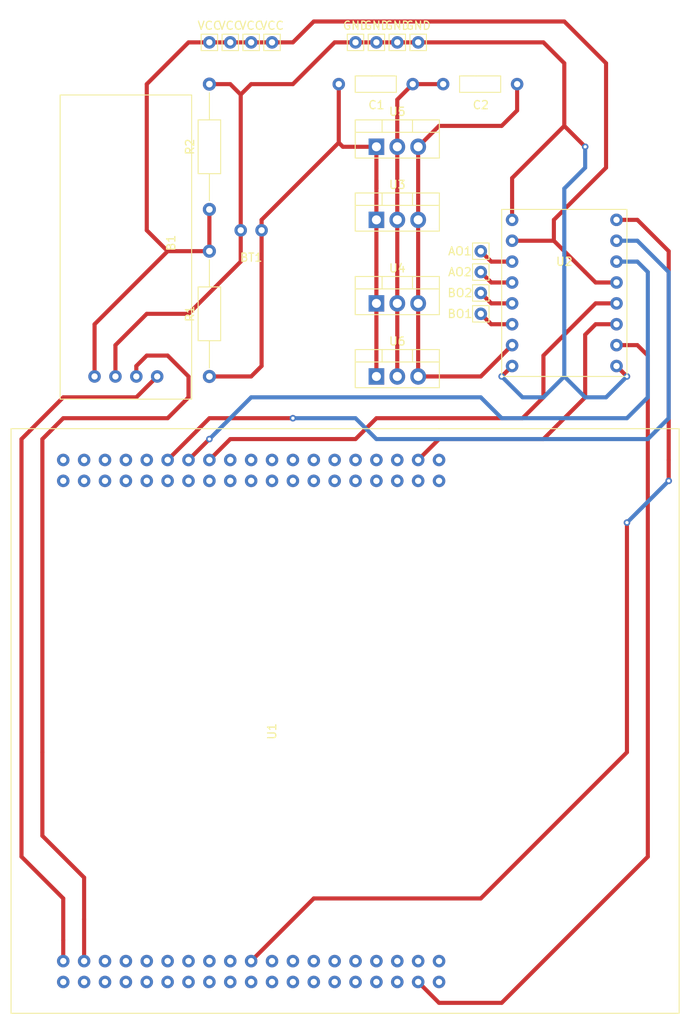
<source format=kicad_pcb>
(kicad_pcb (version 20171130) (host pcbnew "(5.1.10)-1")

  (general
    (thickness 1.6)
    (drawings 4)
    (tracks 159)
    (zones 0)
    (modules 24)
    (nets 14)
  )

  (page A4)
  (layers
    (0 F.Cu signal)
    (31 B.Cu signal)
    (32 B.Adhes user)
    (33 F.Adhes user)
    (34 B.Paste user)
    (35 F.Paste user)
    (36 B.SilkS user)
    (37 F.SilkS user)
    (38 B.Mask user)
    (39 F.Mask user)
    (40 Dwgs.User user)
    (41 Cmts.User user)
    (42 Eco1.User user)
    (43 Eco2.User user)
    (44 Edge.Cuts user)
    (45 Margin user)
    (46 B.CrtYd user)
    (47 F.CrtYd user)
    (48 B.Fab user)
    (49 F.Fab user)
  )

  (setup
    (last_trace_width 0.5)
    (user_trace_width 0.25)
    (user_trace_width 0.5)
    (trace_clearance 0.2)
    (zone_clearance 0.508)
    (zone_45_only no)
    (trace_min 0.2)
    (via_size 0.8)
    (via_drill 0.4)
    (via_min_size 0.4)
    (via_min_drill 0.3)
    (uvia_size 0.3)
    (uvia_drill 0.1)
    (uvias_allowed no)
    (uvia_min_size 0.2)
    (uvia_min_drill 0.1)
    (edge_width 0.05)
    (segment_width 0.2)
    (pcb_text_width 0.3)
    (pcb_text_size 1.5 1.5)
    (mod_edge_width 0.12)
    (mod_text_size 1 1)
    (mod_text_width 0.15)
    (pad_size 1.524 1.524)
    (pad_drill 0.762)
    (pad_to_mask_clearance 0)
    (aux_axis_origin 0 0)
    (visible_elements 7FFFFFFF)
    (pcbplotparams
      (layerselection 0x010fc_ffffffff)
      (usegerberextensions false)
      (usegerberattributes true)
      (usegerberadvancedattributes true)
      (creategerberjobfile true)
      (excludeedgelayer true)
      (linewidth 0.100000)
      (plotframeref false)
      (viasonmask false)
      (mode 1)
      (useauxorigin false)
      (hpglpennumber 1)
      (hpglpenspeed 20)
      (hpglpendiameter 15.000000)
      (psnegative false)
      (psa4output false)
      (plotreference true)
      (plotvalue true)
      (plotinvisibletext false)
      (padsonsilk false)
      (subtractmaskfromsilk false)
      (outputformat 1)
      (mirror false)
      (drillshape 1)
      (scaleselection 1)
      (outputdirectory ""))
  )

  (net 0 "")
  (net 1 RX)
  (net 2 TX)
  (net 3 GND)
  (net 4 VMOT)
  (net 5 "Net-(C1-Pad1)")
  (net 6 VMOTS)
  (net 7 VCC)
  (net 8 BIN2)
  (net 9 AIN2)
  (net 10 AIN1)
  (net 11 BIN1)
  (net 12 PWMB)
  (net 13 PWMA)

  (net_class Default "This is the default net class."
    (clearance 0.2)
    (trace_width 0.25)
    (via_dia 0.8)
    (via_drill 0.4)
    (uvia_dia 0.3)
    (uvia_drill 0.1)
    (add_net AIN1)
    (add_net AIN2)
    (add_net BIN1)
    (add_net BIN2)
    (add_net D0)
    (add_net D1)
    (add_net D2)
    (add_net D3)
    (add_net D4)
    (add_net D5)
    (add_net D6)
    (add_net D7)
    (add_net E1OA)
    (add_net E1OB)
    (add_net E2OA)
    (add_net E2OB)
    (add_net GND)
    (add_net "Net-(C1-Pad1)")
    (add_net "Net-(U1-Pad10)")
    (add_net "Net-(U1-Pad11)")
    (add_net "Net-(U1-Pad14)")
    (add_net "Net-(U1-Pad15)")
    (add_net "Net-(U1-Pad20)")
    (add_net "Net-(U1-Pad24)")
    (add_net "Net-(U1-Pad25)")
    (add_net "Net-(U1-Pad26)")
    (add_net "Net-(U1-Pad27)")
    (add_net "Net-(U1-Pad28)")
    (add_net "Net-(U1-Pad29)")
    (add_net "Net-(U1-Pad42)")
    (add_net "Net-(U1-Pad43)")
    (add_net "Net-(U1-Pad44)")
    (add_net "Net-(U1-Pad45)")
    (add_net "Net-(U1-Pad54)")
    (add_net "Net-(U1-Pad55)")
    (add_net "Net-(U1-Pad56)")
    (add_net "Net-(U1-Pad57)")
    (add_net "Net-(U1-Pad58)")
    (add_net "Net-(U1-Pad59)")
    (add_net "Net-(U1-Pad60)")
    (add_net "Net-(U1-Pad61)")
    (add_net "Net-(U1-Pad62)")
    (add_net "Net-(U1-Pad8)")
    (add_net "Net-(U1-Pad9)")
    (add_net PCLK)
    (add_net PWDN)
    (add_net PWMA)
    (add_net PWMB)
    (add_net RESET)
    (add_net RX)
    (add_net SIOC)
    (add_net SIOD)
    (add_net TX)
    (add_net VCC)
    (add_net VMOT)
    (add_net VMOTS)
    (add_net XCLK)
  )

  (net_class typ2 ""
    (clearance 0.2)
    (trace_width 0.5)
    (via_dia 0.8)
    (via_drill 0.4)
    (uvia_dia 0.3)
    (uvia_drill 0.1)
  )

  (module projekt_zespolowy:pin (layer F.Cu) (tedit 6251D3F9) (tstamp 6252DC7F)
    (at 124.46 71.12)
    (fp_text reference BO1 (at -2.54 0) (layer F.SilkS)
      (effects (font (size 1 1) (thickness 0.15)))
    )
    (fp_text value pin (at 0 0) (layer F.Fab)
      (effects (font (size 1 1) (thickness 0.15)))
    )
    (fp_line (start 1 -1) (end -1 -1) (layer F.SilkS) (width 0.12))
    (fp_line (start 1 1) (end 1 -1) (layer F.SilkS) (width 0.12))
    (fp_line (start -1 1) (end 1 1) (layer F.SilkS) (width 0.12))
    (fp_line (start -1 -1) (end -1 1) (layer F.SilkS) (width 0.12))
    (pad 1 thru_hole circle (at 0 0) (size 1.524 1.524) (drill 0.762) (layers *.Cu *.Mask))
  )

  (module projekt_zespolowy:pin (layer F.Cu) (tedit 6251D3F9) (tstamp 6252DC7F)
    (at 124.46 68.58)
    (fp_text reference BO2 (at -2.54 0) (layer F.SilkS)
      (effects (font (size 1 1) (thickness 0.15)))
    )
    (fp_text value pin (at 0 0) (layer F.Fab)
      (effects (font (size 1 1) (thickness 0.15)))
    )
    (fp_line (start 1 -1) (end -1 -1) (layer F.SilkS) (width 0.12))
    (fp_line (start 1 1) (end 1 -1) (layer F.SilkS) (width 0.12))
    (fp_line (start -1 1) (end 1 1) (layer F.SilkS) (width 0.12))
    (fp_line (start -1 -1) (end -1 1) (layer F.SilkS) (width 0.12))
    (pad 1 thru_hole circle (at 0 0) (size 1.524 1.524) (drill 0.762) (layers *.Cu *.Mask))
  )

  (module projekt_zespolowy:pin (layer F.Cu) (tedit 6251D3F9) (tstamp 6252DC7F)
    (at 124.46 66.04)
    (fp_text reference AO2 (at -2.54 0) (layer F.SilkS)
      (effects (font (size 1 1) (thickness 0.15)))
    )
    (fp_text value pin (at 0 0) (layer F.Fab)
      (effects (font (size 1 1) (thickness 0.15)))
    )
    (fp_line (start 1 -1) (end -1 -1) (layer F.SilkS) (width 0.12))
    (fp_line (start 1 1) (end 1 -1) (layer F.SilkS) (width 0.12))
    (fp_line (start -1 1) (end 1 1) (layer F.SilkS) (width 0.12))
    (fp_line (start -1 -1) (end -1 1) (layer F.SilkS) (width 0.12))
    (pad 1 thru_hole circle (at 0 0) (size 1.524 1.524) (drill 0.762) (layers *.Cu *.Mask))
  )

  (module projekt_zespolowy:pin (layer F.Cu) (tedit 6251D3F9) (tstamp 6252DC7F)
    (at 124.46 63.5)
    (fp_text reference AO1 (at -2.54 0) (layer F.SilkS)
      (effects (font (size 1 1) (thickness 0.15)))
    )
    (fp_text value pin (at 0 0) (layer F.Fab)
      (effects (font (size 1 1) (thickness 0.15)))
    )
    (fp_line (start 1 -1) (end -1 -1) (layer F.SilkS) (width 0.12))
    (fp_line (start 1 1) (end 1 -1) (layer F.SilkS) (width 0.12))
    (fp_line (start -1 1) (end 1 1) (layer F.SilkS) (width 0.12))
    (fp_line (start -1 -1) (end -1 1) (layer F.SilkS) (width 0.12))
    (pad 1 thru_hole circle (at 0 0) (size 1.524 1.524) (drill 0.762) (layers *.Cu *.Mask))
  )

  (module projekt_zespolowy:pin (layer F.Cu) (tedit 6252CD51) (tstamp 6252DC7F)
    (at 91.44 38.1)
    (fp_text reference VCC (at 0 -2.04) (layer F.SilkS)
      (effects (font (size 1 1) (thickness 0.15)))
    )
    (fp_text value pin (at 0 0) (layer F.Fab)
      (effects (font (size 1 1) (thickness 0.15)))
    )
    (fp_line (start 1 -1) (end -1 -1) (layer F.SilkS) (width 0.12))
    (fp_line (start 1 1) (end 1 -1) (layer F.SilkS) (width 0.12))
    (fp_line (start -1 1) (end 1 1) (layer F.SilkS) (width 0.12))
    (fp_line (start -1 -1) (end -1 1) (layer F.SilkS) (width 0.12))
    (pad 1 thru_hole circle (at 0 0) (size 1.524 1.524) (drill 0.762) (layers *.Cu *.Mask)
      (net 7 VCC))
  )

  (module projekt_zespolowy:pin (layer F.Cu) (tedit 6252CD4B) (tstamp 6252DC7F)
    (at 93.98 38.1)
    (fp_text reference VCC (at 0 -2.04) (layer F.SilkS)
      (effects (font (size 1 1) (thickness 0.15)))
    )
    (fp_text value pin (at 0 0) (layer F.Fab)
      (effects (font (size 1 1) (thickness 0.15)))
    )
    (fp_line (start 1 -1) (end -1 -1) (layer F.SilkS) (width 0.12))
    (fp_line (start 1 1) (end 1 -1) (layer F.SilkS) (width 0.12))
    (fp_line (start -1 1) (end 1 1) (layer F.SilkS) (width 0.12))
    (fp_line (start -1 -1) (end -1 1) (layer F.SilkS) (width 0.12))
    (pad 1 thru_hole circle (at 0 0) (size 1.524 1.524) (drill 0.762) (layers *.Cu *.Mask)
      (net 7 VCC))
  )

  (module projekt_zespolowy:pin (layer F.Cu) (tedit 6252CD45) (tstamp 6252DC7F)
    (at 96.52 38.1)
    (fp_text reference VCC (at 0 -2.04) (layer F.SilkS)
      (effects (font (size 1 1) (thickness 0.15)))
    )
    (fp_text value pin (at 0 0) (layer F.Fab)
      (effects (font (size 1 1) (thickness 0.15)))
    )
    (fp_line (start 1 -1) (end -1 -1) (layer F.SilkS) (width 0.12))
    (fp_line (start 1 1) (end 1 -1) (layer F.SilkS) (width 0.12))
    (fp_line (start -1 1) (end 1 1) (layer F.SilkS) (width 0.12))
    (fp_line (start -1 -1) (end -1 1) (layer F.SilkS) (width 0.12))
    (pad 1 thru_hole circle (at 0 0) (size 1.524 1.524) (drill 0.762) (layers *.Cu *.Mask)
      (net 7 VCC))
  )

  (module projekt_zespolowy:pin (layer F.Cu) (tedit 6252CD7A) (tstamp 6252DC7F)
    (at 99.06 38.1)
    (fp_text reference VCC (at 0 -2.04) (layer F.SilkS)
      (effects (font (size 1 1) (thickness 0.15)))
    )
    (fp_text value pin (at 0 0) (layer F.Fab)
      (effects (font (size 1 1) (thickness 0.15)))
    )
    (fp_line (start 1 -1) (end -1 -1) (layer F.SilkS) (width 0.12))
    (fp_line (start 1 1) (end 1 -1) (layer F.SilkS) (width 0.12))
    (fp_line (start -1 1) (end 1 1) (layer F.SilkS) (width 0.12))
    (fp_line (start -1 -1) (end -1 1) (layer F.SilkS) (width 0.12))
    (pad 1 thru_hole circle (at 0 0) (size 1.524 1.524) (drill 0.762) (layers *.Cu *.Mask)
      (net 7 VCC))
  )

  (module projekt_zespolowy:pin (layer F.Cu) (tedit 6252CD9C) (tstamp 6252DC7F)
    (at 116.84 38.1)
    (fp_text reference GND (at 0 -2.04) (layer F.SilkS)
      (effects (font (size 1 1) (thickness 0.15)))
    )
    (fp_text value pin (at 0 0) (layer F.Fab)
      (effects (font (size 1 1) (thickness 0.15)))
    )
    (fp_line (start 1 -1) (end -1 -1) (layer F.SilkS) (width 0.12))
    (fp_line (start 1 1) (end 1 -1) (layer F.SilkS) (width 0.12))
    (fp_line (start -1 1) (end 1 1) (layer F.SilkS) (width 0.12))
    (fp_line (start -1 -1) (end -1 1) (layer F.SilkS) (width 0.12))
    (pad 1 thru_hole circle (at 0 0) (size 1.524 1.524) (drill 0.762) (layers *.Cu *.Mask)
      (net 3 GND))
  )

  (module projekt_zespolowy:pin (layer F.Cu) (tedit 6252CD96) (tstamp 6252DC7F)
    (at 114.3 38.1)
    (fp_text reference GND (at 0 -2.04) (layer F.SilkS)
      (effects (font (size 1 1) (thickness 0.15)))
    )
    (fp_text value pin (at 0 0) (layer F.Fab)
      (effects (font (size 1 1) (thickness 0.15)))
    )
    (fp_line (start 1 -1) (end -1 -1) (layer F.SilkS) (width 0.12))
    (fp_line (start 1 1) (end 1 -1) (layer F.SilkS) (width 0.12))
    (fp_line (start -1 1) (end 1 1) (layer F.SilkS) (width 0.12))
    (fp_line (start -1 -1) (end -1 1) (layer F.SilkS) (width 0.12))
    (pad 1 thru_hole circle (at 0 0) (size 1.524 1.524) (drill 0.762) (layers *.Cu *.Mask)
      (net 3 GND))
  )

  (module projekt_zespolowy:pin (layer F.Cu) (tedit 6252CD8B) (tstamp 6252DC7F)
    (at 111.76 38.1)
    (fp_text reference GND (at 0 -2.04) (layer F.SilkS)
      (effects (font (size 1 1) (thickness 0.15)))
    )
    (fp_text value pin (at 0 0) (layer F.Fab)
      (effects (font (size 1 1) (thickness 0.15)))
    )
    (fp_line (start 1 -1) (end -1 -1) (layer F.SilkS) (width 0.12))
    (fp_line (start 1 1) (end 1 -1) (layer F.SilkS) (width 0.12))
    (fp_line (start -1 1) (end 1 1) (layer F.SilkS) (width 0.12))
    (fp_line (start -1 -1) (end -1 1) (layer F.SilkS) (width 0.12))
    (pad 1 thru_hole circle (at 0 0) (size 1.524 1.524) (drill 0.762) (layers *.Cu *.Mask)
      (net 3 GND))
  )

  (module projekt_zespolowy:pin (layer F.Cu) (tedit 6252CD83) (tstamp 6252DC7E)
    (at 109.22 38.1)
    (fp_text reference GND (at 0 -2.04) (layer F.SilkS)
      (effects (font (size 1 1) (thickness 0.15)))
    )
    (fp_text value pin (at 0 0) (layer F.Fab)
      (effects (font (size 1 1) (thickness 0.15)))
    )
    (fp_line (start 1 -1) (end -1 -1) (layer F.SilkS) (width 0.12))
    (fp_line (start 1 1) (end 1 -1) (layer F.SilkS) (width 0.12))
    (fp_line (start -1 1) (end 1 1) (layer F.SilkS) (width 0.12))
    (fp_line (start -1 -1) (end -1 1) (layer F.SilkS) (width 0.12))
    (pad 1 thru_hole circle (at 0 0) (size 1.524 1.524) (drill 0.762) (layers *.Cu *.Mask)
      (net 3 GND))
  )

  (module Package_TO_SOT_THT:TO-220-3_Vertical (layer F.Cu) (tedit 5AC8BA0D) (tstamp 6252D22A)
    (at 111.76 78.74)
    (descr "TO-220-3, Vertical, RM 2.54mm, see https://www.vishay.com/docs/66542/to-220-1.pdf")
    (tags "TO-220-3 Vertical RM 2.54mm")
    (path /625487B6)
    (fp_text reference U6 (at 2.54 -4.27) (layer F.SilkS)
      (effects (font (size 1 1) (thickness 0.15)))
    )
    (fp_text value LM7808_TO220 (at 2.54 2.5) (layer F.Fab)
      (effects (font (size 1 1) (thickness 0.15)))
    )
    (fp_text user %R (at 2.54 -4.27) (layer F.Fab)
      (effects (font (size 1 1) (thickness 0.15)))
    )
    (fp_line (start -2.46 -3.15) (end -2.46 1.25) (layer F.Fab) (width 0.1))
    (fp_line (start -2.46 1.25) (end 7.54 1.25) (layer F.Fab) (width 0.1))
    (fp_line (start 7.54 1.25) (end 7.54 -3.15) (layer F.Fab) (width 0.1))
    (fp_line (start 7.54 -3.15) (end -2.46 -3.15) (layer F.Fab) (width 0.1))
    (fp_line (start -2.46 -1.88) (end 7.54 -1.88) (layer F.Fab) (width 0.1))
    (fp_line (start 0.69 -3.15) (end 0.69 -1.88) (layer F.Fab) (width 0.1))
    (fp_line (start 4.39 -3.15) (end 4.39 -1.88) (layer F.Fab) (width 0.1))
    (fp_line (start -2.58 -3.27) (end 7.66 -3.27) (layer F.SilkS) (width 0.12))
    (fp_line (start -2.58 1.371) (end 7.66 1.371) (layer F.SilkS) (width 0.12))
    (fp_line (start -2.58 -3.27) (end -2.58 1.371) (layer F.SilkS) (width 0.12))
    (fp_line (start 7.66 -3.27) (end 7.66 1.371) (layer F.SilkS) (width 0.12))
    (fp_line (start -2.58 -1.76) (end 7.66 -1.76) (layer F.SilkS) (width 0.12))
    (fp_line (start 0.69 -3.27) (end 0.69 -1.76) (layer F.SilkS) (width 0.12))
    (fp_line (start 4.391 -3.27) (end 4.391 -1.76) (layer F.SilkS) (width 0.12))
    (fp_line (start -2.71 -3.4) (end -2.71 1.51) (layer F.CrtYd) (width 0.05))
    (fp_line (start -2.71 1.51) (end 7.79 1.51) (layer F.CrtYd) (width 0.05))
    (fp_line (start 7.79 1.51) (end 7.79 -3.4) (layer F.CrtYd) (width 0.05))
    (fp_line (start 7.79 -3.4) (end -2.71 -3.4) (layer F.CrtYd) (width 0.05))
    (pad 3 thru_hole oval (at 5.08 0) (size 1.905 2) (drill 1.1) (layers *.Cu *.Mask)
      (net 6 VMOTS))
    (pad 2 thru_hole oval (at 2.54 0) (size 1.905 2) (drill 1.1) (layers *.Cu *.Mask)
      (net 5 "Net-(C1-Pad1)"))
    (pad 1 thru_hole rect (at 0 0) (size 1.905 2) (drill 1.1) (layers *.Cu *.Mask)
      (net 4 VMOT))
    (model ${KISYS3DMOD}/Package_TO_SOT_THT.3dshapes/TO-220-3_Vertical.wrl
      (at (xyz 0 0 0))
      (scale (xyz 1 1 1))
      (rotate (xyz 0 0 0))
    )
  )

  (module Package_TO_SOT_THT:TO-220-3_Vertical (layer F.Cu) (tedit 5AC8BA0D) (tstamp 62524773)
    (at 111.76 50.8)
    (descr "TO-220-3, Vertical, RM 2.54mm, see https://www.vishay.com/docs/66542/to-220-1.pdf")
    (tags "TO-220-3 Vertical RM 2.54mm")
    (path /62532B9D)
    (fp_text reference U5 (at 2.54 -4.27) (layer F.SilkS)
      (effects (font (size 1 1) (thickness 0.15)))
    )
    (fp_text value LM7808_TO220 (at 2.54 2.5) (layer F.Fab)
      (effects (font (size 1 1) (thickness 0.15)))
    )
    (fp_line (start -2.46 -3.15) (end -2.46 1.25) (layer F.Fab) (width 0.1))
    (fp_line (start -2.46 1.25) (end 7.54 1.25) (layer F.Fab) (width 0.1))
    (fp_line (start 7.54 1.25) (end 7.54 -3.15) (layer F.Fab) (width 0.1))
    (fp_line (start 7.54 -3.15) (end -2.46 -3.15) (layer F.Fab) (width 0.1))
    (fp_line (start -2.46 -1.88) (end 7.54 -1.88) (layer F.Fab) (width 0.1))
    (fp_line (start 0.69 -3.15) (end 0.69 -1.88) (layer F.Fab) (width 0.1))
    (fp_line (start 4.39 -3.15) (end 4.39 -1.88) (layer F.Fab) (width 0.1))
    (fp_line (start -2.58 -3.27) (end 7.66 -3.27) (layer F.SilkS) (width 0.12))
    (fp_line (start -2.58 1.371) (end 7.66 1.371) (layer F.SilkS) (width 0.12))
    (fp_line (start -2.58 -3.27) (end -2.58 1.371) (layer F.SilkS) (width 0.12))
    (fp_line (start 7.66 -3.27) (end 7.66 1.371) (layer F.SilkS) (width 0.12))
    (fp_line (start -2.58 -1.76) (end 7.66 -1.76) (layer F.SilkS) (width 0.12))
    (fp_line (start 0.69 -3.27) (end 0.69 -1.76) (layer F.SilkS) (width 0.12))
    (fp_line (start 4.391 -3.27) (end 4.391 -1.76) (layer F.SilkS) (width 0.12))
    (fp_line (start -2.71 -3.4) (end -2.71 1.51) (layer F.CrtYd) (width 0.05))
    (fp_line (start -2.71 1.51) (end 7.79 1.51) (layer F.CrtYd) (width 0.05))
    (fp_line (start 7.79 1.51) (end 7.79 -3.4) (layer F.CrtYd) (width 0.05))
    (fp_line (start 7.79 -3.4) (end -2.71 -3.4) (layer F.CrtYd) (width 0.05))
    (fp_text user %R (at 2.54 -4.27) (layer F.Fab)
      (effects (font (size 1 1) (thickness 0.15)))
    )
    (pad 3 thru_hole oval (at 5.08 0) (size 1.905 2) (drill 1.1) (layers *.Cu *.Mask)
      (net 6 VMOTS))
    (pad 2 thru_hole oval (at 2.54 0) (size 1.905 2) (drill 1.1) (layers *.Cu *.Mask)
      (net 5 "Net-(C1-Pad1)"))
    (pad 1 thru_hole rect (at 0 0) (size 1.905 2) (drill 1.1) (layers *.Cu *.Mask)
      (net 4 VMOT))
    (model ${KISYS3DMOD}/Package_TO_SOT_THT.3dshapes/TO-220-3_Vertical.wrl
      (at (xyz 0 0 0))
      (scale (xyz 1 1 1))
      (rotate (xyz 0 0 0))
    )
  )

  (module Package_TO_SOT_THT:TO-220-3_Vertical (layer F.Cu) (tedit 5AC8BA0D) (tstamp 62524759)
    (at 111.76 69.85)
    (descr "TO-220-3, Vertical, RM 2.54mm, see https://www.vishay.com/docs/66542/to-220-1.pdf")
    (tags "TO-220-3 Vertical RM 2.54mm")
    (path /6252D06C)
    (fp_text reference U4 (at 2.54 -4.27) (layer F.SilkS)
      (effects (font (size 1 1) (thickness 0.15)))
    )
    (fp_text value LM7808_TO220 (at 2.54 2.5) (layer F.Fab)
      (effects (font (size 1 1) (thickness 0.15)))
    )
    (fp_line (start -2.46 -3.15) (end -2.46 1.25) (layer F.Fab) (width 0.1))
    (fp_line (start -2.46 1.25) (end 7.54 1.25) (layer F.Fab) (width 0.1))
    (fp_line (start 7.54 1.25) (end 7.54 -3.15) (layer F.Fab) (width 0.1))
    (fp_line (start 7.54 -3.15) (end -2.46 -3.15) (layer F.Fab) (width 0.1))
    (fp_line (start -2.46 -1.88) (end 7.54 -1.88) (layer F.Fab) (width 0.1))
    (fp_line (start 0.69 -3.15) (end 0.69 -1.88) (layer F.Fab) (width 0.1))
    (fp_line (start 4.39 -3.15) (end 4.39 -1.88) (layer F.Fab) (width 0.1))
    (fp_line (start -2.58 -3.27) (end 7.66 -3.27) (layer F.SilkS) (width 0.12))
    (fp_line (start -2.58 1.371) (end 7.66 1.371) (layer F.SilkS) (width 0.12))
    (fp_line (start -2.58 -3.27) (end -2.58 1.371) (layer F.SilkS) (width 0.12))
    (fp_line (start 7.66 -3.27) (end 7.66 1.371) (layer F.SilkS) (width 0.12))
    (fp_line (start -2.58 -1.76) (end 7.66 -1.76) (layer F.SilkS) (width 0.12))
    (fp_line (start 0.69 -3.27) (end 0.69 -1.76) (layer F.SilkS) (width 0.12))
    (fp_line (start 4.391 -3.27) (end 4.391 -1.76) (layer F.SilkS) (width 0.12))
    (fp_line (start -2.71 -3.4) (end -2.71 1.51) (layer F.CrtYd) (width 0.05))
    (fp_line (start -2.71 1.51) (end 7.79 1.51) (layer F.CrtYd) (width 0.05))
    (fp_line (start 7.79 1.51) (end 7.79 -3.4) (layer F.CrtYd) (width 0.05))
    (fp_line (start 7.79 -3.4) (end -2.71 -3.4) (layer F.CrtYd) (width 0.05))
    (fp_text user %R (at 2.54 -4.27) (layer F.Fab)
      (effects (font (size 1 1) (thickness 0.15)))
    )
    (pad 3 thru_hole oval (at 5.08 0) (size 1.905 2) (drill 1.1) (layers *.Cu *.Mask)
      (net 6 VMOTS))
    (pad 2 thru_hole oval (at 2.54 0) (size 1.905 2) (drill 1.1) (layers *.Cu *.Mask)
      (net 5 "Net-(C1-Pad1)"))
    (pad 1 thru_hole rect (at 0 0) (size 1.905 2) (drill 1.1) (layers *.Cu *.Mask)
      (net 4 VMOT))
    (model ${KISYS3DMOD}/Package_TO_SOT_THT.3dshapes/TO-220-3_Vertical.wrl
      (at (xyz 0 0 0))
      (scale (xyz 1 1 1))
      (rotate (xyz 0 0 0))
    )
  )

  (module Package_TO_SOT_THT:TO-220-3_Vertical (layer F.Cu) (tedit 5AC8BA0D) (tstamp 6252473F)
    (at 111.76 59.69)
    (descr "TO-220-3, Vertical, RM 2.54mm, see https://www.vishay.com/docs/66542/to-220-1.pdf")
    (tags "TO-220-3 Vertical RM 2.54mm")
    (path /62533A6E)
    (fp_text reference U3 (at 2.54 -4.27) (layer F.SilkS)
      (effects (font (size 1 1) (thickness 0.15)))
    )
    (fp_text value LM7808_TO220 (at 2.54 2.5) (layer F.Fab)
      (effects (font (size 1 1) (thickness 0.15)))
    )
    (fp_line (start -2.46 -3.15) (end -2.46 1.25) (layer F.Fab) (width 0.1))
    (fp_line (start -2.46 1.25) (end 7.54 1.25) (layer F.Fab) (width 0.1))
    (fp_line (start 7.54 1.25) (end 7.54 -3.15) (layer F.Fab) (width 0.1))
    (fp_line (start 7.54 -3.15) (end -2.46 -3.15) (layer F.Fab) (width 0.1))
    (fp_line (start -2.46 -1.88) (end 7.54 -1.88) (layer F.Fab) (width 0.1))
    (fp_line (start 0.69 -3.15) (end 0.69 -1.88) (layer F.Fab) (width 0.1))
    (fp_line (start 4.39 -3.15) (end 4.39 -1.88) (layer F.Fab) (width 0.1))
    (fp_line (start -2.58 -3.27) (end 7.66 -3.27) (layer F.SilkS) (width 0.12))
    (fp_line (start -2.58 1.371) (end 7.66 1.371) (layer F.SilkS) (width 0.12))
    (fp_line (start -2.58 -3.27) (end -2.58 1.371) (layer F.SilkS) (width 0.12))
    (fp_line (start 7.66 -3.27) (end 7.66 1.371) (layer F.SilkS) (width 0.12))
    (fp_line (start -2.58 -1.76) (end 7.66 -1.76) (layer F.SilkS) (width 0.12))
    (fp_line (start 0.69 -3.27) (end 0.69 -1.76) (layer F.SilkS) (width 0.12))
    (fp_line (start 4.391 -3.27) (end 4.391 -1.76) (layer F.SilkS) (width 0.12))
    (fp_line (start -2.71 -3.4) (end -2.71 1.51) (layer F.CrtYd) (width 0.05))
    (fp_line (start -2.71 1.51) (end 7.79 1.51) (layer F.CrtYd) (width 0.05))
    (fp_line (start 7.79 1.51) (end 7.79 -3.4) (layer F.CrtYd) (width 0.05))
    (fp_line (start 7.79 -3.4) (end -2.71 -3.4) (layer F.CrtYd) (width 0.05))
    (fp_text user %R (at 2.54 -4.27) (layer F.Fab)
      (effects (font (size 1 1) (thickness 0.15)))
    )
    (pad 3 thru_hole oval (at 5.08 0) (size 1.905 2) (drill 1.1) (layers *.Cu *.Mask)
      (net 6 VMOTS))
    (pad 2 thru_hole oval (at 2.54 0) (size 1.905 2) (drill 1.1) (layers *.Cu *.Mask)
      (net 5 "Net-(C1-Pad1)"))
    (pad 1 thru_hole rect (at 0 0) (size 1.905 2) (drill 1.1) (layers *.Cu *.Mask)
      (net 4 VMOT))
    (model ${KISYS3DMOD}/Package_TO_SOT_THT.3dshapes/TO-220-3_Vertical.wrl
      (at (xyz 0 0 0))
      (scale (xyz 1 1 1))
      (rotate (xyz 0 0 0))
    )
  )

  (module projekt_zespolowy:TB6612FNG (layer F.Cu) (tedit 6251D721) (tstamp 62524725)
    (at 134.62 68.58)
    (path /6252088A)
    (fp_text reference U2 (at 0 -3.81) (layer F.SilkS)
      (effects (font (size 1 1) (thickness 0.15)))
    )
    (fp_text value TB6612FNG (at 0 -6.35) (layer F.Fab)
      (effects (font (size 1 1) (thickness 0.15)))
    )
    (fp_line (start -7.62 10.16) (end -7.62 -10.16) (layer F.SilkS) (width 0.12))
    (fp_line (start 7.62 10.16) (end -7.62 10.16) (layer F.SilkS) (width 0.12))
    (fp_line (start 7.62 -10.16) (end 7.62 10.16) (layer F.SilkS) (width 0.12))
    (fp_line (start -7.62 -10.16) (end 7.62 -10.16) (layer F.SilkS) (width 0.12))
    (pad 16 thru_hole circle (at 6.35 8.89) (size 1.524 1.524) (drill 0.762) (layers *.Cu *.Mask)
      (net 3 GND))
    (pad 15 thru_hole circle (at 6.35 6.35) (size 1.524 1.524) (drill 0.762) (layers *.Cu *.Mask)
      (net 12 PWMB))
    (pad 14 thru_hole circle (at 6.35 3.81) (size 1.524 1.524) (drill 0.762) (layers *.Cu *.Mask)
      (net 8 BIN2))
    (pad 13 thru_hole circle (at 6.35 1.27) (size 1.524 1.524) (drill 0.762) (layers *.Cu *.Mask)
      (net 11 BIN1))
    (pad 12 thru_hole circle (at 6.35 -1.27) (size 1.524 1.524) (drill 0.762) (layers *.Cu *.Mask)
      (net 7 VCC))
    (pad 11 thru_hole circle (at 6.35 -3.81) (size 1.524 1.524) (drill 0.762) (layers *.Cu *.Mask)
      (net 10 AIN1))
    (pad 10 thru_hole circle (at 6.35 -6.35) (size 1.524 1.524) (drill 0.762) (layers *.Cu *.Mask)
      (net 9 AIN2))
    (pad 9 thru_hole circle (at 6.35 -8.89) (size 1.524 1.524) (drill 0.762) (layers *.Cu *.Mask)
      (net 13 PWMA))
    (pad 8 thru_hole circle (at -6.35 8.89) (size 1.524 1.524) (drill 0.762) (layers *.Cu *.Mask)
      (net 3 GND))
    (pad 7 thru_hole circle (at -6.35 6.35) (size 1.524 1.524) (drill 0.762) (layers *.Cu *.Mask)
      (net 6 VMOTS))
    (pad 6 thru_hole circle (at -6.35 3.81) (size 1.524 1.524) (drill 0.762) (layers *.Cu *.Mask))
    (pad 5 thru_hole circle (at -6.35 1.27) (size 1.524 1.524) (drill 0.762) (layers *.Cu *.Mask))
    (pad 4 thru_hole circle (at -6.35 -1.27) (size 1.524 1.524) (drill 0.762) (layers *.Cu *.Mask))
    (pad 3 thru_hole circle (at -6.35 -3.81) (size 1.524 1.524) (drill 0.762) (layers *.Cu *.Mask))
    (pad 2 thru_hole circle (at -6.35 -6.35) (size 1.524 1.524) (drill 0.762) (layers *.Cu *.Mask)
      (net 7 VCC))
    (pad 1 thru_hole circle (at -6.35 -8.89) (size 1.524 1.524) (drill 0.762) (layers *.Cu *.Mask)
      (net 3 GND))
  )

  (module projekt_zespolowy:stm32f334R8 (layer F.Cu) (tedit 625205D2) (tstamp 6252470D)
    (at 99.06 119.38 270)
    (path /62555389)
    (fp_text reference U1 (at 2.54 0 90) (layer F.SilkS)
      (effects (font (size 1 1) (thickness 0.15)))
    )
    (fp_text value STM32F334R8Tx (at 0 -2.54 90) (layer F.Fab)
      (effects (font (size 1 1) (thickness 0.15)))
    )
    (fp_line (start -34.29 -20.32) (end -34.29 31.75) (layer F.SilkS) (width 0.12))
    (fp_line (start -34.29 31.75) (end 36.83 31.75) (layer F.SilkS) (width 0.12))
    (fp_line (start 36.83 31.75) (end 36.83 -49.53) (layer F.SilkS) (width 0.12))
    (fp_line (start 36.83 -49.53) (end -34.29 -49.53) (layer F.SilkS) (width 0.12))
    (fp_line (start -34.29 -49.53) (end -34.29 -20.32) (layer F.SilkS) (width 0.12))
    (pad RESET thru_hole circle (at -27.94 -5.08 270) (size 1.524 1.524) (drill 0.762) (layers *.Cu *.Mask))
    (pad NC thru_hole circle (at -27.94 -10.16 270) (size 1.524 1.524) (drill 0.762) (layers *.Cu *.Mask))
    (pad GND thru_hole circle (at -27.94 -12.7 270) (size 1.524 1.524) (drill 0.762) (layers *.Cu *.Mask))
    (pad IOREF thru_hole circle (at -27.94 -7.62 270) (size 1.524 1.524) (drill 0.762) (layers *.Cu *.Mask))
    (pad E5V thru_hole circle (at -27.94 -15.24 270) (size 1.524 1.524) (drill 0.762) (layers *.Cu *.Mask))
    (pad 52 thru_hole circle (at -27.94 -20.32 270) (size 1.524 1.524) (drill 0.762) (layers *.Cu *.Mask))
    (pad 54 thru_hole circle (at -27.94 -17.78 270) (size 1.524 1.524) (drill 0.762) (layers *.Cu *.Mask))
    (pad 3V3 thru_hole circle (at -27.94 -2.54 270) (size 1.524 1.524) (drill 0.762) (layers *.Cu *.Mask))
    (pad 8 thru_hole circle (at -27.94 25.4 270) (size 1.524 1.524) (drill 0.762) (layers *.Cu *.Mask))
    (pad 20 thru_hole circle (at -27.94 17.78 270) (size 1.524 1.524) (drill 0.762) (layers *.Cu *.Mask))
    (pad 15 thru_hole circle (at -27.94 15.24 270) (size 1.524 1.524) (drill 0.762) (layers *.Cu *.Mask))
    (pad 14 thru_hole circle (at -27.94 12.7 270) (size 1.524 1.524) (drill 0.762) (layers *.Cu *.Mask))
    (pad 26 thru_hole circle (at -27.94 20.32 270) (size 1.524 1.524) (drill 0.762) (layers *.Cu *.Mask))
    (pad 9 thru_hole circle (at -27.94 22.86 270) (size 1.524 1.524) (drill 0.762) (layers *.Cu *.Mask))
    (pad NC thru_hole circle (at -27.94 10.16 270) (size 1.524 1.524) (drill 0.762) (layers *.Cu *.Mask))
    (pad VIN thru_hole circle (at -27.94 7.62 270) (size 1.524 1.524) (drill 0.762) (layers *.Cu *.Mask))
    (pad GND thru_hole circle (at -27.94 5.08 270) (size 1.524 1.524) (drill 0.762) (layers *.Cu *.Mask))
    (pad GND thru_hole circle (at -27.94 2.54 270) (size 1.524 1.524) (drill 0.762) (layers *.Cu *.Mask))
    (pad 5V thru_hole circle (at -27.94 0 270) (size 1.524 1.524) (drill 0.762) (layers *.Cu *.Mask))
    (pad 46 thru_hole circle (at -30.48 -5.08 270) (size 1.524 1.524) (drill 0.762) (layers *.Cu *.Mask))
    (pad NC thru_hole circle (at -30.48 -10.16 270) (size 1.524 1.524) (drill 0.762) (layers *.Cu *.Mask))
    (pad 60 thru_hole circle (at -30.48 -12.7 270) (size 1.524 1.524) (drill 0.762) (layers *.Cu *.Mask))
    (pad NC thru_hole circle (at -30.48 -7.62 270) (size 1.524 1.524) (drill 0.762) (layers *.Cu *.Mask))
    (pad VDD thru_hole circle (at -30.48 -15.24 270) (size 1.524 1.524) (drill 0.762) (layers *.Cu *.Mask))
    (pad 51 thru_hole circle (at -30.48 -20.32 270) (size 1.524 1.524) (drill 0.762) (layers *.Cu *.Mask))
    (pad 53 thru_hole circle (at -30.48 -17.78 270) (size 1.524 1.524) (drill 0.762) (layers *.Cu *.Mask)
      (net 8 BIN2))
    (pad 49 thru_hole circle (at -30.48 -2.54 270) (size 1.524 1.524) (drill 0.762) (layers *.Cu *.Mask))
    (pad 11 thru_hole circle (at -30.48 25.4 270) (size 1.524 1.524) (drill 0.762) (layers *.Cu *.Mask))
    (pad 6 thru_hole circle (at -30.48 17.78 270) (size 1.524 1.524) (drill 0.762) (layers *.Cu *.Mask))
    (pad 5 thru_hole circle (at -30.48 15.24 270) (size 1.524 1.524) (drill 0.762) (layers *.Cu *.Mask))
    (pad 4 thru_hole circle (at -30.48 12.7 270) (size 1.524 1.524) (drill 0.762) (layers *.Cu *.Mask)
      (net 9 AIN2))
    (pad VBAT thru_hole circle (at -30.48 20.32 270) (size 1.524 1.524) (drill 0.762) (layers *.Cu *.Mask))
    (pad 10 thru_hole circle (at -30.48 22.86 270) (size 1.524 1.524) (drill 0.762) (layers *.Cu *.Mask))
    (pad 3 thru_hole circle (at -30.48 10.16 270) (size 1.524 1.524) (drill 0.762) (layers *.Cu *.Mask)
      (net 10 AIN1))
    (pad 2 thru_hole circle (at -30.48 7.62 270) (size 1.524 1.524) (drill 0.762) (layers *.Cu *.Mask)
      (net 11 BIN1))
    (pad 59 thru_hole circle (at -30.48 5.08 270) (size 1.524 1.524) (drill 0.762) (layers *.Cu *.Mask))
    (pad GND thru_hole circle (at -30.48 2.54 270) (size 1.524 1.524) (drill 0.762) (layers *.Cu *.Mask))
    (pad 50 thru_hole circle (at -30.48 0 270) (size 1.524 1.524) (drill 0.762) (layers *.Cu *.Mask))
    (pad 44 thru_hole circle (at 33.02 -5.08 270) (size 1.524 1.524) (drill 0.762) (layers *.Cu *.Mask))
    (pad NC thru_hole circle (at 33.02 -10.16 270) (size 1.524 1.524) (drill 0.762) (layers *.Cu *.Mask))
    (pad U5V thru_hole circle (at 33.02 -12.7 270) (size 1.524 1.524) (drill 0.762) (layers *.Cu *.Mask))
    (pad 45 thru_hole circle (at 33.02 -7.62 270) (size 1.524 1.524) (drill 0.762) (layers *.Cu *.Mask))
    (pad 25 thru_hole circle (at 33.02 -15.24 270) (size 1.524 1.524) (drill 0.762) (layers *.Cu *.Mask))
    (pad 39 thru_hole circle (at 33.02 -20.32 270) (size 1.524 1.524) (drill 0.762) (layers *.Cu *.Mask))
    (pad 37 thru_hole circle (at 33.02 -17.78 270) (size 1.524 1.524) (drill 0.762) (layers *.Cu *.Mask)
      (net 12 PWMB))
    (pad 33 thru_hole circle (at 33.02 -2.54 270) (size 1.524 1.524) (drill 0.762) (layers *.Cu *.Mask))
    (pad NC thru_hole circle (at 33.02 25.4 270) (size 1.524 1.524) (drill 0.762) (layers *.Cu *.Mask))
    (pad AGND thru_hole circle (at 33.02 17.78 270) (size 1.524 1.524) (drill 0.762) (layers *.Cu *.Mask))
    (pad 34 thru_hole circle (at 33.02 15.24 270) (size 1.524 1.524) (drill 0.762) (layers *.Cu *.Mask))
    (pad 35 thru_hole circle (at 33.02 12.7 270) (size 1.524 1.524) (drill 0.762) (layers *.Cu *.Mask))
    (pad 24 thru_hole circle (at 33.02 20.32 270) (size 1.524 1.524) (drill 0.762) (layers *.Cu *.Mask))
    (pad NC thru_hole circle (at 33.02 22.86 270) (size 1.524 1.524) (drill 0.762) (layers *.Cu *.Mask))
    (pad 36 thru_hole circle (at 33.02 10.16 270) (size 1.524 1.524) (drill 0.762) (layers *.Cu *.Mask))
    (pad 27 thru_hole circle (at 33.02 7.62 270) (size 1.524 1.524) (drill 0.762) (layers *.Cu *.Mask))
    (pad 28 thru_hole circle (at 33.02 5.08 270) (size 1.524 1.524) (drill 0.762) (layers *.Cu *.Mask))
    (pad GND thru_hole circle (at 33.02 2.54 270) (size 1.524 1.524) (drill 0.762) (layers *.Cu *.Mask))
    (pad 30 thru_hole circle (at 33.02 0 270) (size 1.524 1.524) (drill 0.762) (layers *.Cu *.Mask))
    (pad 40 thru_hole circle (at 30.48 -20.32 270) (size 1.524 1.524) (drill 0.762) (layers *.Cu *.Mask))
    (pad 61 thru_hole circle (at 30.48 -17.78 270) (size 1.524 1.524) (drill 0.762) (layers *.Cu *.Mask))
    (pad 62 thru_hole circle (at 30.48 -15.24 270) (size 1.524 1.524) (drill 0.762) (layers *.Cu *.Mask))
    (pad AVDD thru_hole circle (at 30.48 -12.7 270) (size 1.524 1.524) (drill 0.762) (layers *.Cu *.Mask))
    (pad GND thru_hole circle (at 30.48 -10.16 270) (size 1.524 1.524) (drill 0.762) (layers *.Cu *.Mask))
    (pad 21 thru_hole circle (at 30.48 -7.62 270) (size 1.524 1.524) (drill 0.762) (layers *.Cu *.Mask))
    (pad 22 thru_hole circle (at 30.48 -5.08 270) (size 1.524 1.524) (drill 0.762) (layers *.Cu *.Mask))
    (pad 23 thru_hole circle (at 30.48 -2.54 270) (size 1.524 1.524) (drill 0.762) (layers *.Cu *.Mask))
    (pad 58 thru_hole circle (at 30.48 0 270) (size 1.524 1.524) (drill 0.762) (layers *.Cu *.Mask))
    (pad 38 thru_hole circle (at 30.48 2.54 270) (size 1.524 1.524) (drill 0.762) (layers *.Cu *.Mask)
      (net 13 PWMA))
    (pad 42 thru_hole circle (at 30.48 5.08 270) (size 1.524 1.524) (drill 0.762) (layers *.Cu *.Mask))
    (pad 41 thru_hole circle (at 30.48 7.62 270) (size 1.524 1.524) (drill 0.762) (layers *.Cu *.Mask))
    (pad 29 thru_hole circle (at 30.48 10.16 270) (size 1.524 1.524) (drill 0.762) (layers *.Cu *.Mask))
    (pad 56 thru_hole circle (at 30.48 12.7 270) (size 1.524 1.524) (drill 0.762) (layers *.Cu *.Mask))
    (pad 57 thru_hole circle (at 30.48 15.24 270) (size 1.524 1.524) (drill 0.762) (layers *.Cu *.Mask))
    (pad 55 thru_hole circle (at 30.48 17.78 270) (size 1.524 1.524) (drill 0.762) (layers *.Cu *.Mask))
    (pad 43 thru_hole circle (at 30.48 20.32 270) (size 1.524 1.524) (drill 0.762) (layers *.Cu *.Mask))
    (pad 16 thru_hole circle (at 30.48 22.86 270) (size 1.524 1.524) (drill 0.762) (layers *.Cu *.Mask)
      (net 2 TX))
    (pad 17 thru_hole circle (at 30.48 25.4 270) (size 1.524 1.524) (drill 0.762) (layers *.Cu *.Mask)
      (net 1 RX))
  )

  (module Resistor_THT:R_Axial_DIN0207_L6.3mm_D2.5mm_P15.24mm_Horizontal (layer F.Cu) (tedit 5AE5139B) (tstamp 6252468A)
    (at 91.44 58.42 90)
    (descr "Resistor, Axial_DIN0207 series, Axial, Horizontal, pin pitch=15.24mm, 0.25W = 1/4W, length*diameter=6.3*2.5mm^2, http://cdn-reichelt.de/documents/datenblatt/B400/1_4W%23YAG.pdf")
    (tags "Resistor Axial_DIN0207 series Axial Horizontal pin pitch 15.24mm 0.25W = 1/4W length 6.3mm diameter 2.5mm")
    (path /625424B0)
    (fp_text reference R2 (at 7.62 -2.37 90) (layer F.SilkS)
      (effects (font (size 1 1) (thickness 0.15)))
    )
    (fp_text value 100 (at 7.62 2.37 90) (layer F.Fab)
      (effects (font (size 1 1) (thickness 0.15)))
    )
    (fp_line (start 4.47 -1.25) (end 4.47 1.25) (layer F.Fab) (width 0.1))
    (fp_line (start 4.47 1.25) (end 10.77 1.25) (layer F.Fab) (width 0.1))
    (fp_line (start 10.77 1.25) (end 10.77 -1.25) (layer F.Fab) (width 0.1))
    (fp_line (start 10.77 -1.25) (end 4.47 -1.25) (layer F.Fab) (width 0.1))
    (fp_line (start 0 0) (end 4.47 0) (layer F.Fab) (width 0.1))
    (fp_line (start 15.24 0) (end 10.77 0) (layer F.Fab) (width 0.1))
    (fp_line (start 4.35 -1.37) (end 4.35 1.37) (layer F.SilkS) (width 0.12))
    (fp_line (start 4.35 1.37) (end 10.89 1.37) (layer F.SilkS) (width 0.12))
    (fp_line (start 10.89 1.37) (end 10.89 -1.37) (layer F.SilkS) (width 0.12))
    (fp_line (start 10.89 -1.37) (end 4.35 -1.37) (layer F.SilkS) (width 0.12))
    (fp_line (start 1.04 0) (end 4.35 0) (layer F.SilkS) (width 0.12))
    (fp_line (start 14.2 0) (end 10.89 0) (layer F.SilkS) (width 0.12))
    (fp_line (start -1.05 -1.5) (end -1.05 1.5) (layer F.CrtYd) (width 0.05))
    (fp_line (start -1.05 1.5) (end 16.29 1.5) (layer F.CrtYd) (width 0.05))
    (fp_line (start 16.29 1.5) (end 16.29 -1.5) (layer F.CrtYd) (width 0.05))
    (fp_line (start 16.29 -1.5) (end -1.05 -1.5) (layer F.CrtYd) (width 0.05))
    (fp_text user %R (at 7.62 0 90) (layer F.Fab)
      (effects (font (size 1 1) (thickness 0.15)))
    )
    (pad 2 thru_hole oval (at 15.24 0 90) (size 1.6 1.6) (drill 0.8) (layers *.Cu *.Mask)
      (net 3 GND))
    (pad 1 thru_hole circle (at 0 0 90) (size 1.6 1.6) (drill 0.8) (layers *.Cu *.Mask)
      (net 7 VCC))
    (model ${KISYS3DMOD}/Resistor_THT.3dshapes/R_Axial_DIN0207_L6.3mm_D2.5mm_P15.24mm_Horizontal.wrl
      (at (xyz 0 0 0))
      (scale (xyz 1 1 1))
      (rotate (xyz 0 0 0))
    )
  )

  (module Resistor_THT:R_Axial_DIN0207_L6.3mm_D2.5mm_P15.24mm_Horizontal (layer F.Cu) (tedit 5AE5139B) (tstamp 62524673)
    (at 91.44 78.74 90)
    (descr "Resistor, Axial_DIN0207 series, Axial, Horizontal, pin pitch=15.24mm, 0.25W = 1/4W, length*diameter=6.3*2.5mm^2, http://cdn-reichelt.de/documents/datenblatt/B400/1_4W%23YAG.pdf")
    (tags "Resistor Axial_DIN0207 series Axial Horizontal pin pitch 15.24mm 0.25W = 1/4W length 6.3mm diameter 2.5mm")
    (path /6253404C)
    (fp_text reference R1 (at 7.62 -2.37 90) (layer F.SilkS)
      (effects (font (size 1 1) (thickness 0.15)))
    )
    (fp_text value 236 (at 7.62 2.37 90) (layer F.Fab)
      (effects (font (size 1 1) (thickness 0.15)))
    )
    (fp_line (start 4.47 -1.25) (end 4.47 1.25) (layer F.Fab) (width 0.1))
    (fp_line (start 4.47 1.25) (end 10.77 1.25) (layer F.Fab) (width 0.1))
    (fp_line (start 10.77 1.25) (end 10.77 -1.25) (layer F.Fab) (width 0.1))
    (fp_line (start 10.77 -1.25) (end 4.47 -1.25) (layer F.Fab) (width 0.1))
    (fp_line (start 0 0) (end 4.47 0) (layer F.Fab) (width 0.1))
    (fp_line (start 15.24 0) (end 10.77 0) (layer F.Fab) (width 0.1))
    (fp_line (start 4.35 -1.37) (end 4.35 1.37) (layer F.SilkS) (width 0.12))
    (fp_line (start 4.35 1.37) (end 10.89 1.37) (layer F.SilkS) (width 0.12))
    (fp_line (start 10.89 1.37) (end 10.89 -1.37) (layer F.SilkS) (width 0.12))
    (fp_line (start 10.89 -1.37) (end 4.35 -1.37) (layer F.SilkS) (width 0.12))
    (fp_line (start 1.04 0) (end 4.35 0) (layer F.SilkS) (width 0.12))
    (fp_line (start 14.2 0) (end 10.89 0) (layer F.SilkS) (width 0.12))
    (fp_line (start -1.05 -1.5) (end -1.05 1.5) (layer F.CrtYd) (width 0.05))
    (fp_line (start -1.05 1.5) (end 16.29 1.5) (layer F.CrtYd) (width 0.05))
    (fp_line (start 16.29 1.5) (end 16.29 -1.5) (layer F.CrtYd) (width 0.05))
    (fp_line (start 16.29 -1.5) (end -1.05 -1.5) (layer F.CrtYd) (width 0.05))
    (fp_text user %R (at 7.62 0 90) (layer F.Fab)
      (effects (font (size 1 1) (thickness 0.15)))
    )
    (pad 2 thru_hole oval (at 15.24 0 90) (size 1.6 1.6) (drill 0.8) (layers *.Cu *.Mask)
      (net 7 VCC))
    (pad 1 thru_hole circle (at 0 0 90) (size 1.6 1.6) (drill 0.8) (layers *.Cu *.Mask)
      (net 4 VMOT))
    (model ${KISYS3DMOD}/Resistor_THT.3dshapes/R_Axial_DIN0207_L6.3mm_D2.5mm_P15.24mm_Horizontal.wrl
      (at (xyz 0 0 0))
      (scale (xyz 1 1 1))
      (rotate (xyz 0 0 0))
    )
  )

  (module projekt_zespolowy:C (layer F.Cu) (tedit 6251D70B) (tstamp 6252465C)
    (at 124.46 43.18 180)
    (path /62542ACC)
    (fp_text reference C2 (at 0 -2.54) (layer F.SilkS)
      (effects (font (size 1 1) (thickness 0.15)))
    )
    (fp_text value 100n (at 0 -3.81) (layer F.Fab)
      (effects (font (size 1 1) (thickness 0.15)))
    )
    (fp_line (start -2.42 1) (end -2.42 -1) (layer F.SilkS) (width 0.12))
    (fp_line (start -2.42 -1) (end 2.58 -1) (layer F.SilkS) (width 0.12))
    (fp_line (start 0.58 1) (end -2.42 1) (layer F.SilkS) (width 0.12))
    (fp_line (start 2.58 1) (end 0.58 1) (layer F.SilkS) (width 0.12))
    (fp_line (start 2.58 -1) (end 2.58 1) (layer F.SilkS) (width 0.12))
    (pad 2 thru_hole circle (at 4.58 0 90) (size 1.524 1.524) (drill 0.762) (layers *.Cu *.Mask)
      (net 5 "Net-(C1-Pad1)"))
    (pad 1 thru_hole circle (at -4.42 0 90) (size 1.524 1.524) (drill 0.762) (layers *.Cu *.Mask)
      (net 6 VMOTS))
  )

  (module projekt_zespolowy:C (layer F.Cu) (tedit 6251D70B) (tstamp 62524651)
    (at 111.76 43.18 180)
    (path /62548C21)
    (fp_text reference C1 (at 0 -2.54) (layer F.SilkS)
      (effects (font (size 1 1) (thickness 0.15)))
    )
    (fp_text value 100n (at 0 -3.81) (layer F.Fab)
      (effects (font (size 1 1) (thickness 0.15)))
    )
    (fp_line (start -2.42 1) (end -2.42 -1) (layer F.SilkS) (width 0.12))
    (fp_line (start -2.42 -1) (end 2.58 -1) (layer F.SilkS) (width 0.12))
    (fp_line (start 0.58 1) (end -2.42 1) (layer F.SilkS) (width 0.12))
    (fp_line (start 2.58 1) (end 0.58 1) (layer F.SilkS) (width 0.12))
    (fp_line (start 2.58 -1) (end 2.58 1) (layer F.SilkS) (width 0.12))
    (pad 2 thru_hole circle (at 4.58 0 90) (size 1.524 1.524) (drill 0.762) (layers *.Cu *.Mask)
      (net 4 VMOT))
    (pad 1 thru_hole circle (at -4.42 0 90) (size 1.524 1.524) (drill 0.762) (layers *.Cu *.Mask)
      (net 5 "Net-(C1-Pad1)"))
  )

  (module projekt_zespolowy:bat (layer F.Cu) (tedit 62521615) (tstamp 62524646)
    (at 96.52 60.96 180)
    (path /6251FDAE)
    (fp_text reference BT1 (at 0 -3.31) (layer F.SilkS)
      (effects (font (size 1 1) (thickness 0.15)))
    )
    (fp_text value Battery_Cell (at 0 -4.31) (layer F.Fab)
      (effects (font (size 1 1) (thickness 0.15)))
    )
    (fp_line (start 2.54 -1.27) (end -2.54 -1.27) (layer Dwgs.User) (width 0.12))
    (fp_line (start -2.54 -1.27) (end -2.54 1.27) (layer Dwgs.User) (width 0.12))
    (fp_line (start -2.54 1.27) (end 2.54 1.27) (layer Dwgs.User) (width 0.12))
    (fp_line (start 2.54 1.27) (end 2.54 -1.27) (layer Dwgs.User) (width 0.12))
    (pad 2 thru_hole circle (at 1.27 0 180) (size 1.524 1.524) (drill 0.762) (layers *.Cu *.Mask)
      (net 3 GND))
    (pad 1 thru_hole circle (at -1.27 0 180) (size 1.524 1.524) (drill 0.762) (layers *.Cu *.Mask)
      (net 4 VMOT))
  )

  (module projekt_zespolowy:HC-06_ZS-040 (layer F.Cu) (tedit 6251FD21) (tstamp 6252463C)
    (at 81.28 63.5 270)
    (path /625293F3)
    (fp_text reference B1 (at -1 -5.5 90) (layer F.SilkS)
      (effects (font (size 1 1) (thickness 0.15)))
    )
    (fp_text value HC-06_ZS-040 (at -1 -6.5 90) (layer F.Fab)
      (effects (font (size 1 1) (thickness 0.15)))
    )
    (fp_line (start -19 8) (end -19 -8) (layer F.SilkS) (width 0.12))
    (fp_line (start 18 8) (end -19 8) (layer F.SilkS) (width 0.12))
    (fp_line (start 18 -8) (end 18 8) (layer F.SilkS) (width 0.12))
    (fp_line (start -19 -8) (end 18 -8) (layer F.SilkS) (width 0.12))
    (pad 1 thru_hole circle (at 15.24 -3.81 180) (size 1.524 1.524) (drill 0.762) (layers *.Cu *.Mask)
      (net 1 RX))
    (pad 2 thru_hole circle (at 15.24 -1.27 180) (size 1.524 1.524) (drill 0.762) (layers *.Cu *.Mask)
      (net 2 TX))
    (pad 3 thru_hole circle (at 15.24 1.27 180) (size 1.524 1.524) (drill 0.762) (layers *.Cu *.Mask)
      (net 3 GND))
    (pad 4 thru_hole circle (at 15.24 3.81 180) (size 1.524 1.524) (drill 0.762) (layers *.Cu *.Mask)
      (net 7 VCC))
  )

  (gr_line (start 66.04 33.02) (end 66.04 157.48) (layer Dwgs.User) (width 0.15) (tstamp 6252C4D6))
  (gr_line (start 149.86 33.02) (end 66.04 33.02) (layer Dwgs.User) (width 0.15))
  (gr_line (start 149.86 157.48) (end 149.86 33.02) (layer Dwgs.User) (width 0.15))
  (gr_line (start 66.04 157.48) (end 149.86 157.48) (layer Dwgs.User) (width 0.15))

  (segment (start 125.73 64.77) (end 124.46 63.5) (width 0.5) (layer F.Cu) (net 0))
  (segment (start 128.27 64.77) (end 125.73 64.77) (width 0.5) (layer F.Cu) (net 0))
  (segment (start 125.73 67.31) (end 124.46 66.04) (width 0.5) (layer F.Cu) (net 0))
  (segment (start 128.27 67.31) (end 125.73 67.31) (width 0.5) (layer F.Cu) (net 0))
  (segment (start 125.73 69.85) (end 124.46 68.58) (width 0.5) (layer F.Cu) (net 0))
  (segment (start 128.27 69.85) (end 125.73 69.85) (width 0.5) (layer F.Cu) (net 0))
  (segment (start 125.73 72.39) (end 124.46 71.12) (width 0.5) (layer F.Cu) (net 0))
  (segment (start 128.27 72.39) (end 125.73 72.39) (width 0.5) (layer F.Cu) (net 0))
  (segment (start 73.66 149.86) (end 73.66 147.32) (width 0.5) (layer F.Cu) (net 1))
  (segment (start 82.55 81.28) (end 85.09 78.74) (width 0.5) (layer F.Cu) (net 1))
  (segment (start 73.66 81.28) (end 82.55 81.28) (width 0.5) (layer F.Cu) (net 1))
  (segment (start 73.66 147.32) (end 73.66 142.24) (width 0.5) (layer F.Cu) (net 1))
  (segment (start 73.66 142.24) (end 68.58 137.16) (width 0.5) (layer F.Cu) (net 1))
  (segment (start 68.58 137.16) (end 68.58 86.36) (width 0.5) (layer F.Cu) (net 1))
  (segment (start 68.58 86.36) (end 73.66 81.28) (width 0.5) (layer F.Cu) (net 1))
  (segment (start 82.55 78.74) (end 82.55 77.47) (width 0.5) (layer F.Cu) (net 2))
  (segment (start 82.55 77.47) (end 83.82 76.2) (width 0.5) (layer F.Cu) (net 2))
  (segment (start 83.82 76.2) (end 86.36 76.2) (width 0.5) (layer F.Cu) (net 2))
  (segment (start 86.36 76.2) (end 88.9 78.74) (width 0.5) (layer F.Cu) (net 2))
  (segment (start 88.9 78.74) (end 88.9 81.28) (width 0.5) (layer F.Cu) (net 2))
  (segment (start 88.9 81.28) (end 86.36 83.82) (width 0.5) (layer F.Cu) (net 2))
  (segment (start 86.36 83.82) (end 73.66 83.82) (width 0.5) (layer F.Cu) (net 2))
  (segment (start 76.2 144.78) (end 76.2 149.86) (width 0.5) (layer F.Cu) (net 2))
  (segment (start 73.66 83.82) (end 71.12 86.36) (width 0.5) (layer F.Cu) (net 2))
  (segment (start 71.12 86.36) (end 71.12 124.46) (width 0.5) (layer F.Cu) (net 2))
  (segment (start 71.12 124.46) (end 71.12 134.62) (width 0.5) (layer F.Cu) (net 2))
  (segment (start 71.12 134.62) (end 76.2 139.7) (width 0.5) (layer F.Cu) (net 2))
  (segment (start 76.2 139.7) (end 76.2 144.78) (width 0.5) (layer F.Cu) (net 2))
  (via (at 142.24 78.74) (size 0.8) (drill 0.4) (layers F.Cu B.Cu) (net 3))
  (via (at 137.16 50.8) (size 0.8) (drill 0.4) (layers F.Cu B.Cu) (net 3))
  (via (at 127 78.74) (size 0.8) (drill 0.4) (layers F.Cu B.Cu) (net 3))
  (segment (start 128.27 59.69) (end 128.27 57.15) (width 0.5) (layer F.Cu) (net 3))
  (segment (start 134.62 48.26) (end 134.62 40.64) (width 0.5) (layer F.Cu) (net 3))
  (segment (start 134.62 40.64) (end 132.08 38.1) (width 0.5) (layer F.Cu) (net 3))
  (segment (start 106.68 38.1) (end 101.6 43.18) (width 0.5) (layer F.Cu) (net 3))
  (segment (start 132.08 38.1) (end 106.68 38.1) (width 0.5) (layer F.Cu) (net 3))
  (segment (start 95.25 60.96) (end 95.25 44.45) (width 0.5) (layer F.Cu) (net 3))
  (segment (start 95.25 44.45) (end 93.98 43.18) (width 0.5) (layer F.Cu) (net 3))
  (segment (start 91.44 43.18) (end 93.98 43.18) (width 0.5) (layer F.Cu) (net 3))
  (segment (start 95.25 44.45) (end 96.52 43.18) (width 0.5) (layer F.Cu) (net 3))
  (segment (start 96.52 43.18) (end 101.6 43.18) (width 0.5) (layer F.Cu) (net 3))
  (segment (start 80.01 78.74) (end 80.01 74.93) (width 0.5) (layer F.Cu) (net 3))
  (segment (start 80.01 74.93) (end 83.82 71.12) (width 0.5) (layer F.Cu) (net 3))
  (segment (start 83.82 71.12) (end 88.9 71.12) (width 0.5) (layer F.Cu) (net 3))
  (segment (start 95.25 64.77) (end 95.25 60.96) (width 0.5) (layer F.Cu) (net 3))
  (segment (start 88.9 71.12) (end 95.25 64.77) (width 0.5) (layer F.Cu) (net 3))
  (segment (start 128.27 77.47) (end 127 78.74) (width 0.5) (layer F.Cu) (net 3))
  (segment (start 137.16 50.8) (end 134.62 48.26) (width 0.5) (layer F.Cu) (net 3))
  (segment (start 127 78.74) (end 129.54 81.28) (width 0.5) (layer B.Cu) (net 3))
  (segment (start 129.54 81.28) (end 132.08 81.28) (width 0.5) (layer B.Cu) (net 3))
  (segment (start 132.08 81.28) (end 134.62 78.74) (width 0.5) (layer B.Cu) (net 3))
  (segment (start 134.62 78.74) (end 134.62 55.88) (width 0.5) (layer B.Cu) (net 3))
  (segment (start 142.24 78.74) (end 139.7 81.28) (width 0.5) (layer B.Cu) (net 3))
  (segment (start 139.7 81.28) (end 137.16 81.28) (width 0.5) (layer B.Cu) (net 3))
  (segment (start 137.16 81.28) (end 134.62 78.74) (width 0.5) (layer B.Cu) (net 3))
  (segment (start 142.24 78.74) (end 140.97 77.47) (width 0.5) (layer F.Cu) (net 3))
  (segment (start 128.27 57.15) (end 128.27 54.61) (width 0.5) (layer F.Cu) (net 3))
  (segment (start 128.27 54.61) (end 134.62 48.26) (width 0.5) (layer F.Cu) (net 3))
  (segment (start 134.62 55.88) (end 137.16 53.34) (width 0.5) (layer B.Cu) (net 3))
  (segment (start 137.16 53.34) (end 137.16 50.8) (width 0.5) (layer B.Cu) (net 3))
  (segment (start 107.18 50.3) (end 107.18 43.18) (width 0.5) (layer F.Cu) (net 4))
  (segment (start 111.76 55.88) (end 111.76 54.88) (width 0.5) (layer F.Cu) (net 4))
  (segment (start 111.76 55.88) (end 111.76 50.8) (width 0.5) (layer F.Cu) (net 4))
  (segment (start 107.68 50.8) (end 107.18 50.3) (width 0.5) (layer F.Cu) (net 4))
  (segment (start 119.88 43.18) (end 116.18 43.18) (width 0.5) (layer F.Cu) (net 5))
  (segment (start 128.27 74.93) (end 127 76.2) (width 0.5) (layer F.Cu) (net 6))
  (segment (start 116.84 50.8) (end 119.38 48.26) (width 0.5) (layer F.Cu) (net 6))
  (segment (start 119.38 48.26) (end 127 48.26) (width 0.5) (layer F.Cu) (net 6))
  (segment (start 128.88 43.18) (end 128.88 46.38) (width 0.5) (layer F.Cu) (net 6))
  (segment (start 128.88 46.38) (end 127 48.26) (width 0.5) (layer F.Cu) (net 6))
  (segment (start 91.44 63.5) (end 91.44 58.42) (width 0.5) (layer F.Cu) (net 7))
  (segment (start 77.47 72.39) (end 77.47 78.74) (width 0.5) (layer F.Cu) (net 7))
  (segment (start 86.36 63.5) (end 77.47 72.39) (width 0.5) (layer F.Cu) (net 7))
  (segment (start 91.44 63.5) (end 86.36 63.5) (width 0.5) (layer F.Cu) (net 7))
  (segment (start 134.62 35.56) (end 139.7 40.64) (width 0.5) (layer F.Cu) (net 7))
  (segment (start 133.35 62.23) (end 128.27 62.23) (width 0.5) (layer F.Cu) (net 7))
  (segment (start 139.7 40.64) (end 139.7 53.34) (width 0.5) (layer F.Cu) (net 7))
  (segment (start 83.82 60.96) (end 83.82 43.18) (width 0.5) (layer F.Cu) (net 7))
  (segment (start 86.36 63.5) (end 83.82 60.96) (width 0.5) (layer F.Cu) (net 7))
  (segment (start 140.97 67.31) (end 138.43 67.31) (width 0.5) (layer F.Cu) (net 7))
  (segment (start 138.43 67.31) (end 137.16 66.04) (width 0.5) (layer F.Cu) (net 7))
  (segment (start 137.16 66.04) (end 133.35 62.23) (width 0.5) (layer F.Cu) (net 7))
  (segment (start 83.82 43.18) (end 86.36 40.64) (width 0.5) (layer F.Cu) (net 7))
  (segment (start 86.36 40.64) (end 88.9 38.1) (width 0.5) (layer F.Cu) (net 7))
  (segment (start 88.9 38.1) (end 91.44 38.1) (width 0.5) (layer F.Cu) (net 7))
  (segment (start 91.44 38.1) (end 93.98 38.1) (width 0.5) (layer F.Cu) (net 7))
  (segment (start 93.98 38.1) (end 96.52 38.1) (width 0.5) (layer F.Cu) (net 7))
  (segment (start 96.52 38.1) (end 99.06 38.1) (width 0.5) (layer F.Cu) (net 7))
  (segment (start 99.06 38.1) (end 101.6 38.1) (width 0.5) (layer F.Cu) (net 7))
  (segment (start 101.6 38.1) (end 104.14 35.56) (width 0.5) (layer F.Cu) (net 7))
  (segment (start 104.14 35.56) (end 134.62 35.56) (width 0.5) (layer F.Cu) (net 7))
  (segment (start 133.35 62.23) (end 133.35 59.69) (width 0.5) (layer F.Cu) (net 7))
  (segment (start 133.35 59.69) (end 139.7 53.34) (width 0.5) (layer F.Cu) (net 7))
  (segment (start 97.79 60.96) (end 97.79 77.47) (width 0.5) (layer F.Cu) (net 4))
  (segment (start 96.52 78.74) (end 97.79 77.47) (width 0.5) (layer F.Cu) (net 4))
  (segment (start 91.44 78.74) (end 96.52 78.74) (width 0.5) (layer F.Cu) (net 4))
  (segment (start 111.76 66.04) (end 111.76 55.88) (width 0.5) (layer F.Cu) (net 4))
  (segment (start 111.76 78.74) (end 111.76 66.04) (width 0.5) (layer F.Cu) (net 4))
  (segment (start 111.76 50.8) (end 107.68 50.8) (width 0.5) (layer F.Cu) (net 4))
  (segment (start 97.79 59.69) (end 107.18 50.3) (width 0.5) (layer F.Cu) (net 4))
  (segment (start 97.79 60.96) (end 97.79 59.69) (width 0.5) (layer F.Cu) (net 4))
  (segment (start 114.3 45.06) (end 116.18 43.18) (width 0.5) (layer F.Cu) (net 5))
  (segment (start 114.3 78.74) (end 114.3 45.06) (width 0.5) (layer F.Cu) (net 5))
  (segment (start 116.84 77.47) (end 116.84 78.74) (width 0.5) (layer F.Cu) (net 6))
  (segment (start 116.84 50.8) (end 116.84 77.47) (width 0.5) (layer F.Cu) (net 6))
  (segment (start 116.84 78.74) (end 124.46 78.74) (width 0.5) (layer F.Cu) (net 6))
  (segment (start 124.46 78.74) (end 127 76.2) (width 0.5) (layer F.Cu) (net 6))
  (segment (start 140.97 72.39) (end 138.43 72.39) (width 0.5) (layer F.Cu) (net 8))
  (segment (start 138.43 72.39) (end 137.16 73.66) (width 0.5) (layer F.Cu) (net 8))
  (segment (start 137.16 73.66) (end 137.16 81.28) (width 0.5) (layer F.Cu) (net 8))
  (segment (start 137.16 81.28) (end 132.08 86.36) (width 0.5) (layer F.Cu) (net 8))
  (segment (start 132.08 86.36) (end 119.38 86.36) (width 0.5) (layer F.Cu) (net 8))
  (segment (start 119.38 86.36) (end 116.84 88.9) (width 0.5) (layer F.Cu) (net 8))
  (via (at 101.6 83.82) (size 0.8) (drill 0.4) (layers F.Cu B.Cu) (net 9))
  (segment (start 140.97 62.23) (end 143.51 62.23) (width 0.5) (layer B.Cu) (net 9))
  (segment (start 143.51 62.23) (end 147.32 66.04) (width 0.5) (layer B.Cu) (net 9))
  (segment (start 147.32 66.04) (end 147.32 83.82) (width 0.5) (layer B.Cu) (net 9))
  (segment (start 147.32 83.82) (end 144.78 86.36) (width 0.5) (layer B.Cu) (net 9))
  (segment (start 86.36 88.9) (end 88.9 86.36) (width 0.5) (layer F.Cu) (net 9))
  (segment (start 88.9 86.36) (end 91.44 83.82) (width 0.5) (layer F.Cu) (net 9))
  (segment (start 91.44 83.82) (end 101.6 83.82) (width 0.5) (layer F.Cu) (net 9))
  (segment (start 144.78 86.36) (end 111.76 86.36) (width 0.5) (layer B.Cu) (net 9))
  (segment (start 109.22 83.82) (end 101.6 83.82) (width 0.5) (layer B.Cu) (net 9))
  (segment (start 111.76 86.36) (end 109.22 83.82) (width 0.5) (layer B.Cu) (net 9))
  (via (at 91.44 86.36) (size 0.8) (drill 0.4) (layers F.Cu B.Cu) (net 10))
  (segment (start 143.51 64.77) (end 140.97 64.77) (width 0.5) (layer B.Cu) (net 10))
  (segment (start 144.78 66.04) (end 143.51 64.77) (width 0.5) (layer B.Cu) (net 10))
  (segment (start 144.78 81.28) (end 144.78 66.04) (width 0.5) (layer B.Cu) (net 10))
  (segment (start 127 83.82) (end 142.24 83.82) (width 0.5) (layer B.Cu) (net 10))
  (segment (start 124.46 81.28) (end 127 83.82) (width 0.5) (layer B.Cu) (net 10))
  (segment (start 96.52 81.28) (end 124.46 81.28) (width 0.5) (layer B.Cu) (net 10))
  (segment (start 142.24 83.82) (end 144.78 81.28) (width 0.5) (layer B.Cu) (net 10))
  (segment (start 96.52 81.28) (end 91.44 86.36) (width 0.5) (layer B.Cu) (net 10))
  (segment (start 88.9 88.9) (end 91.44 86.36) (width 0.5) (layer F.Cu) (net 10))
  (segment (start 140.97 69.85) (end 138.43 69.85) (width 0.5) (layer F.Cu) (net 11))
  (segment (start 138.43 69.85) (end 132.08 76.2) (width 0.5) (layer F.Cu) (net 11))
  (segment (start 132.08 76.2) (end 132.08 81.28) (width 0.5) (layer F.Cu) (net 11))
  (segment (start 132.08 81.28) (end 129.54 83.82) (width 0.5) (layer F.Cu) (net 11))
  (segment (start 129.54 83.82) (end 111.76 83.82) (width 0.5) (layer F.Cu) (net 11))
  (segment (start 111.76 83.82) (end 109.22 86.36) (width 0.5) (layer F.Cu) (net 11))
  (segment (start 109.22 86.36) (end 93.98 86.36) (width 0.5) (layer F.Cu) (net 11))
  (segment (start 93.98 86.36) (end 91.44 88.9) (width 0.5) (layer F.Cu) (net 11))
  (segment (start 140.97 74.93) (end 143.51 74.93) (width 0.5) (layer F.Cu) (net 12))
  (segment (start 143.51 74.93) (end 144.78 76.2) (width 0.5) (layer F.Cu) (net 12))
  (segment (start 144.78 76.2) (end 144.78 137.16) (width 0.5) (layer F.Cu) (net 12))
  (segment (start 144.78 137.16) (end 127 154.94) (width 0.5) (layer F.Cu) (net 12))
  (segment (start 119.38 154.94) (end 116.84 152.4) (width 0.5) (layer F.Cu) (net 12))
  (segment (start 127 154.94) (end 119.38 154.94) (width 0.5) (layer F.Cu) (net 12))
  (via (at 147.32 91.44) (size 0.8) (drill 0.4) (layers F.Cu B.Cu) (net 13))
  (via (at 142.24 96.52) (size 0.8) (drill 0.4) (layers F.Cu B.Cu) (net 13))
  (segment (start 140.97 59.69) (end 143.51 59.69) (width 0.5) (layer F.Cu) (net 13))
  (segment (start 143.51 59.69) (end 147.32 63.5) (width 0.5) (layer F.Cu) (net 13))
  (segment (start 147.32 63.5) (end 147.32 88.9) (width 0.5) (layer F.Cu) (net 13))
  (segment (start 147.32 88.9) (end 147.32 91.44) (width 0.5) (layer F.Cu) (net 13))
  (segment (start 142.24 96.52) (end 142.24 124.46) (width 0.5) (layer F.Cu) (net 13))
  (segment (start 142.24 124.46) (end 124.46 142.24) (width 0.5) (layer F.Cu) (net 13))
  (segment (start 124.46 142.24) (end 104.14 142.24) (width 0.5) (layer F.Cu) (net 13))
  (segment (start 104.14 142.24) (end 96.52 149.86) (width 0.5) (layer F.Cu) (net 13))
  (segment (start 142.24 96.52) (end 147.32 91.44) (width 0.5) (layer B.Cu) (net 13))

)

</source>
